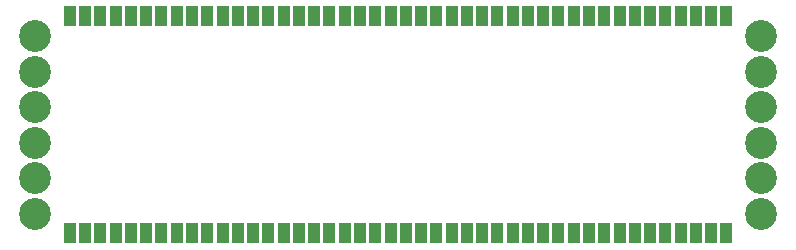
<source format=gts>
G04*
G04 #@! TF.GenerationSoftware,Altium Limited,Altium Designer,20.0.2 (26)*
G04*
G04 Layer_Color=8388736*
%FSLAX25Y25*%
%MOIN*%
G70*
G01*
G75*
%ADD12R,0.03950X0.07099*%
%ADD13C,0.10642*%
D12*
X381986Y235039D02*
D03*
X392167D02*
D03*
X387077D02*
D03*
X371805D02*
D03*
X366714D02*
D03*
X376895D02*
D03*
X361623D02*
D03*
X397258D02*
D03*
X402349D02*
D03*
X412530D02*
D03*
X407439D02*
D03*
X437983D02*
D03*
X448164D02*
D03*
X443074D02*
D03*
X427802D02*
D03*
X422711D02*
D03*
X432892D02*
D03*
X417620D02*
D03*
X453255D02*
D03*
X458346D02*
D03*
X468527D02*
D03*
X463436D02*
D03*
X493980D02*
D03*
X504161D02*
D03*
X499071D02*
D03*
X483799D02*
D03*
X478708D02*
D03*
X488889D02*
D03*
X473617D02*
D03*
X509252D02*
D03*
X514343D02*
D03*
X524524D02*
D03*
X519433D02*
D03*
X381986Y307480D02*
D03*
X392167D02*
D03*
X387077D02*
D03*
X371805D02*
D03*
X366714D02*
D03*
X376895D02*
D03*
X361623D02*
D03*
X397258D02*
D03*
X402349D02*
D03*
X412530D02*
D03*
X407439D02*
D03*
X437983D02*
D03*
X448164D02*
D03*
X443074D02*
D03*
X427802D02*
D03*
X422711D02*
D03*
X432892D02*
D03*
X417620D02*
D03*
X453255D02*
D03*
X458346D02*
D03*
X468527D02*
D03*
X463436D02*
D03*
X493980D02*
D03*
X504161D02*
D03*
X499071D02*
D03*
X483799D02*
D03*
X478708D02*
D03*
X488889D02*
D03*
X473617D02*
D03*
X509252D02*
D03*
X514343D02*
D03*
X524524D02*
D03*
X519433D02*
D03*
X575430D02*
D03*
X580521D02*
D03*
X570340D02*
D03*
X565249D02*
D03*
X529615D02*
D03*
X544886D02*
D03*
X534705D02*
D03*
X539796D02*
D03*
X555068D02*
D03*
X560158D02*
D03*
X549977D02*
D03*
Y235039D02*
D03*
X560158D02*
D03*
X555068D02*
D03*
X539796D02*
D03*
X534705D02*
D03*
X544886D02*
D03*
X529615D02*
D03*
X565249D02*
D03*
X570340D02*
D03*
X580521D02*
D03*
X575430D02*
D03*
D13*
X350000Y241634D02*
D03*
Y253445D02*
D03*
Y265256D02*
D03*
Y277067D02*
D03*
Y288878D02*
D03*
Y300689D02*
D03*
X592047Y241634D02*
D03*
Y253445D02*
D03*
Y265256D02*
D03*
Y277067D02*
D03*
Y288878D02*
D03*
Y300689D02*
D03*
M02*

</source>
